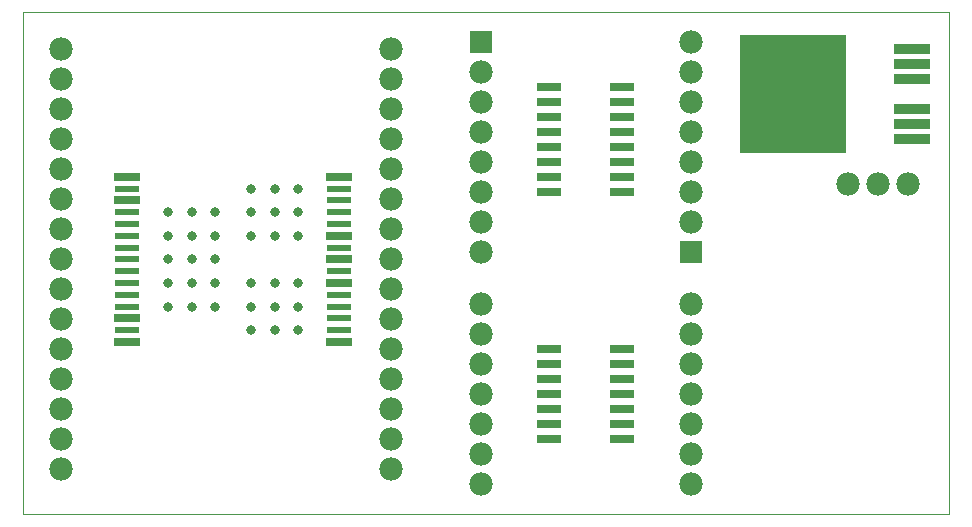
<source format=gts>
G75*
%MOIN*%
%OFA0B0*%
%FSLAX25Y25*%
%IPPOS*%
%LPD*%
%AMOC8*
5,1,8,0,0,1.08239X$1,22.5*
%
%ADD10C,0.00000*%
%ADD11C,0.03150*%
%ADD12R,0.08274X0.02400*%
%ADD13R,0.08661X0.02756*%
%ADD14R,0.08400X0.03000*%
%ADD15R,0.12211X0.03550*%
%ADD16R,0.35833X0.39770*%
%ADD17C,0.07800*%
%ADD18R,0.07800X0.07800*%
D10*
X0001000Y0001800D02*
X0001000Y0169261D01*
X0309701Y0169261D01*
X0309701Y0001800D01*
X0001000Y0001800D01*
D11*
X0076906Y0063178D03*
X0084780Y0063178D03*
X0092654Y0063178D03*
X0092654Y0071052D03*
X0084780Y0071052D03*
X0076906Y0071052D03*
X0065094Y0071052D03*
X0057220Y0071052D03*
X0049346Y0071052D03*
X0049346Y0078926D03*
X0057220Y0078926D03*
X0065094Y0078926D03*
X0065094Y0086800D03*
X0057220Y0086800D03*
X0049346Y0086800D03*
X0049346Y0094674D03*
X0057220Y0094674D03*
X0065094Y0094674D03*
X0065094Y0102548D03*
X0057220Y0102548D03*
X0049346Y0102548D03*
X0076906Y0102548D03*
X0084780Y0102548D03*
X0092654Y0102548D03*
X0092654Y0094674D03*
X0084780Y0094674D03*
X0076906Y0094674D03*
X0076906Y0078926D03*
X0084780Y0078926D03*
X0092654Y0078926D03*
X0092654Y0110422D03*
X0084780Y0110422D03*
X0076906Y0110422D03*
D12*
X0106433Y0110422D03*
X0106433Y0106485D03*
X0106433Y0102548D03*
X0106433Y0098611D03*
X0106433Y0090737D03*
X0106433Y0082863D03*
X0106433Y0074989D03*
X0106433Y0071052D03*
X0106433Y0067115D03*
X0106433Y0063178D03*
X0035567Y0063178D03*
X0035567Y0071052D03*
X0035567Y0074989D03*
X0035567Y0078926D03*
X0035567Y0082863D03*
X0035567Y0086800D03*
X0035567Y0090737D03*
X0035567Y0094674D03*
X0035567Y0098611D03*
X0035567Y0102548D03*
X0035567Y0110422D03*
D13*
X0035587Y0106485D03*
X0035587Y0114359D03*
X0106413Y0114359D03*
X0106413Y0094674D03*
X0106413Y0086800D03*
X0106413Y0078926D03*
X0106413Y0059241D03*
X0035587Y0059241D03*
X0035587Y0067115D03*
D14*
X0176400Y0056800D03*
X0176400Y0051800D03*
X0176400Y0046800D03*
X0176400Y0041800D03*
X0176400Y0036800D03*
X0176400Y0031800D03*
X0176400Y0026800D03*
X0200600Y0026800D03*
X0200600Y0031800D03*
X0200600Y0036800D03*
X0200600Y0041800D03*
X0200600Y0046800D03*
X0200600Y0051800D03*
X0200600Y0056800D03*
X0200600Y0109300D03*
X0200600Y0114300D03*
X0200600Y0119300D03*
X0200600Y0124300D03*
X0200600Y0129300D03*
X0200600Y0134300D03*
X0200600Y0139300D03*
X0200600Y0144300D03*
X0176400Y0144300D03*
X0176400Y0139300D03*
X0176400Y0134300D03*
X0176400Y0129300D03*
X0176400Y0124300D03*
X0176400Y0119300D03*
X0176400Y0114300D03*
X0176400Y0109300D03*
D15*
X0297250Y0126800D03*
X0297250Y0131800D03*
X0297250Y0136800D03*
X0297250Y0146800D03*
X0297250Y0151800D03*
X0297250Y0156800D03*
D16*
X0257476Y0141800D03*
D17*
X0223500Y0139300D03*
X0223500Y0129300D03*
X0223500Y0119300D03*
X0223500Y0109300D03*
X0223500Y0099300D03*
X0223500Y0071800D03*
X0223500Y0061800D03*
X0223500Y0051800D03*
X0223500Y0041800D03*
X0223500Y0031800D03*
X0223500Y0021800D03*
X0223500Y0011800D03*
X0153500Y0011800D03*
X0153500Y0021800D03*
X0153500Y0031800D03*
X0153500Y0041800D03*
X0153500Y0051800D03*
X0153500Y0061800D03*
X0153500Y0071800D03*
X0123500Y0066800D03*
X0123500Y0076800D03*
X0123500Y0086800D03*
X0123500Y0096800D03*
X0123500Y0106800D03*
X0123500Y0116800D03*
X0123500Y0126800D03*
X0123500Y0136800D03*
X0123500Y0146800D03*
X0123500Y0156800D03*
X0153500Y0149300D03*
X0153500Y0139300D03*
X0153500Y0129300D03*
X0153500Y0119300D03*
X0153500Y0109300D03*
X0153500Y0099300D03*
X0153500Y0089300D03*
X0123500Y0056800D03*
X0123500Y0046800D03*
X0123500Y0036800D03*
X0123500Y0026800D03*
X0123500Y0016800D03*
X0013500Y0016800D03*
X0013500Y0026800D03*
X0013500Y0036800D03*
X0013500Y0046800D03*
X0013500Y0056800D03*
X0013500Y0066800D03*
X0013500Y0076800D03*
X0013500Y0086800D03*
X0013500Y0096800D03*
X0013500Y0106800D03*
X0013500Y0116800D03*
X0013500Y0126800D03*
X0013500Y0136800D03*
X0013500Y0146800D03*
X0013500Y0156800D03*
X0223500Y0159300D03*
X0223500Y0149300D03*
X0276000Y0111800D03*
X0286000Y0111800D03*
X0296000Y0111800D03*
D18*
X0223500Y0089300D03*
X0153500Y0159300D03*
M02*

</source>
